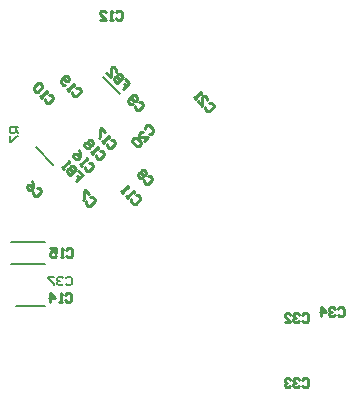
<source format=gbo>
G04*
G04 #@! TF.GenerationSoftware,Altium Limited,Altium Designer,25.0.2 (28)*
G04*
G04 Layer_Color=32896*
%FSLAX25Y25*%
%MOIN*%
G70*
G04*
G04 #@! TF.SameCoordinates,77BAF947-F79B-4421-9DE9-08F6AA71662D*
G04*
G04*
G04 #@! TF.FilePolarity,Positive*
G04*
G01*
G75*
%ADD13C,0.00787*%
%ADD14C,0.01000*%
D13*
X34138Y43480D02*
X43635D01*
X32563Y65075D02*
X43815D01*
X32563Y57759D02*
X43815D01*
X62957Y119868D02*
X68687Y114138D01*
X40762Y96492D02*
X46492Y90762D01*
X50787Y52952D02*
X51279Y53444D01*
X52263D01*
X52755Y52952D01*
Y50985D01*
X52263Y50493D01*
X51279D01*
X50787Y50985D01*
X49803Y52952D02*
X49311Y53444D01*
X48327D01*
X47835Y52952D01*
Y52460D01*
X48327Y51968D01*
X48819D01*
X48327D01*
X47835Y51477D01*
Y50985D01*
X48327Y50493D01*
X49311D01*
X49803Y50985D01*
X46851Y53444D02*
X44883D01*
Y52952D01*
X46851Y50985D01*
Y50493D01*
X34940Y103247D02*
X31989D01*
Y101771D01*
X32481Y101279D01*
X33465D01*
X33957Y101771D01*
Y103247D01*
Y102263D02*
X34940Y101279D01*
X31989Y100295D02*
Y98328D01*
X32481D01*
X34449Y100295D01*
X34940D01*
D14*
X129527Y40748D02*
X130019Y41240D01*
X131003D01*
X131495Y40748D01*
Y38780D01*
X131003Y38288D01*
X130019D01*
X129527Y38780D01*
X128543Y40748D02*
X128051Y41240D01*
X127067D01*
X126575Y40748D01*
Y40256D01*
X127067Y39764D01*
X127559D01*
X127067D01*
X126575Y39272D01*
Y38780D01*
X127067Y38288D01*
X128051D01*
X128543Y38780D01*
X123623Y38288D02*
X125591D01*
X123623Y40256D01*
Y40748D01*
X124115Y41240D01*
X125099D01*
X125591Y40748D01*
X70545Y119337D02*
X71937Y117946D01*
X70893Y116902D01*
X70197Y117598D01*
X70893Y116902D01*
X69850Y115858D01*
Y120033D02*
X67762Y117946D01*
X66719Y118989D01*
Y119685D01*
X67067Y120033D01*
X67762Y120033D01*
X68806Y118989D01*
X67762Y120033D01*
Y120729D01*
X68110Y121077D01*
X68806D01*
X69850Y120033D01*
X64284Y121424D02*
X65675Y120033D01*
Y122816D01*
X66023Y123164D01*
X66719D01*
X67414Y122468D01*
Y121772D01*
X54899Y88721D02*
X56291Y87330D01*
X55247Y86286D01*
X54551Y86982D01*
X55247Y86286D01*
X54203Y85242D01*
Y89417D02*
X52116Y87330D01*
X51073Y88373D01*
Y89069D01*
X51420Y89417D01*
X52116Y89417D01*
X53160Y88373D01*
X52116Y89417D01*
Y90113D01*
X52464Y90461D01*
X53160D01*
X54203Y89417D01*
X50029D02*
X49333Y90113D01*
X49681Y89765D01*
X51768Y91852D01*
Y91156D01*
X141338Y42716D02*
X141830Y43208D01*
X142814D01*
X143306Y42716D01*
Y40748D01*
X142814Y40256D01*
X141830D01*
X141338Y40748D01*
X140354Y42716D02*
X139862Y43208D01*
X138878D01*
X138386Y42716D01*
Y42224D01*
X138878Y41732D01*
X139370D01*
X138878D01*
X138386Y41240D01*
Y40748D01*
X138878Y40256D01*
X139862D01*
X140354Y40748D01*
X135926Y40256D02*
Y43208D01*
X137402Y41732D01*
X135434D01*
X129527Y19094D02*
X130019Y19586D01*
X131003D01*
X131495Y19094D01*
Y17126D01*
X131003Y16634D01*
X130019D01*
X129527Y17126D01*
X128543Y19094D02*
X128051Y19586D01*
X127067D01*
X126575Y19094D01*
Y18602D01*
X127067Y18110D01*
X127559D01*
X127067D01*
X126575Y17618D01*
Y17126D01*
X127067Y16634D01*
X128051D01*
X128543Y17126D01*
X125591Y19094D02*
X125099Y19586D01*
X124115D01*
X123623Y19094D01*
Y18602D01*
X124115Y18110D01*
X124607D01*
X124115D01*
X123623Y17618D01*
Y17126D01*
X124115Y16634D01*
X125099D01*
X125591Y17126D01*
X98590Y111463D02*
X99286D01*
X99981Y110767D01*
Y110072D01*
X98590Y108680D01*
X97894D01*
X97198Y109376D01*
Y110072D01*
X94763Y111811D02*
X96155Y110419D01*
Y113203D01*
X96503Y113550D01*
X97198D01*
X97894Y112855D01*
Y112159D01*
X94067Y112507D02*
X93372Y113203D01*
X93720Y112855D01*
X95807Y114942D01*
Y114246D01*
X77074Y102481D02*
Y103177D01*
X77769Y103872D01*
X78465D01*
X79857Y102481D01*
Y101785D01*
X79161Y101089D01*
X78465D01*
X76726Y98654D02*
X78117Y100046D01*
X75334D01*
X74986Y100394D01*
Y101089D01*
X75682Y101785D01*
X76378D01*
X74291Y99698D02*
X73595D01*
X72899Y99002D01*
Y98307D01*
X74291Y96915D01*
X74986D01*
X75682Y97611D01*
Y98307D01*
X74291Y99698D01*
X65859Y98924D02*
X66554D01*
X67250Y98228D01*
Y97533D01*
X65859Y96141D01*
X65163D01*
X64467Y96837D01*
Y97533D01*
X63424Y97881D02*
X62728Y98576D01*
X63076Y98228D01*
X65163Y100316D01*
Y99620D01*
X63771Y101707D02*
X62380Y103099D01*
X62032Y102751D01*
Y99968D01*
X61684Y99620D01*
X58484Y91464D02*
X59180D01*
X59876Y90769D01*
Y90073D01*
X58484Y88681D01*
X57789D01*
X57093Y89377D01*
Y90073D01*
X56049Y90421D02*
X55353Y91117D01*
X55701Y90769D01*
X57789Y92856D01*
Y92160D01*
X55006Y95639D02*
X55353Y94595D01*
Y93204D01*
X54658Y92508D01*
X53962D01*
X53266Y93204D01*
Y93900D01*
X53614Y94247D01*
X54310Y94247D01*
X55353Y93204D01*
X62150Y95299D02*
X62845D01*
X63541Y94603D01*
Y93907D01*
X62150Y92516D01*
X61454D01*
X60758Y93212D01*
Y93907D01*
X59714Y94255D02*
X59019Y94951D01*
X59367Y94603D01*
X61454Y96690D01*
Y95995D01*
X59714Y97734D02*
Y98430D01*
X59019Y99125D01*
X58323D01*
X57975Y98778D01*
Y98082D01*
X57279Y98082D01*
X56931Y97734D01*
Y97038D01*
X57627Y96342D01*
X58323D01*
X58671Y96690D01*
X58671Y97386D01*
X59367D01*
X59714Y97734D01*
X58671Y97386D02*
X57975Y98082D01*
X54276Y116407D02*
X54971D01*
X55667Y115712D01*
Y115016D01*
X54276Y113624D01*
X53580D01*
X52884Y114320D01*
Y115016D01*
X51840Y115364D02*
X51145Y116059D01*
X51493Y115712D01*
X53580Y117799D01*
Y117103D01*
X50449Y117451D02*
X49753D01*
X49057Y118147D01*
Y118842D01*
X50449Y120234D01*
X51145D01*
X51840Y119538D01*
Y118842D01*
X51493Y118495D01*
X50797D01*
X49753Y119538D01*
X50934Y62401D02*
X51427Y62893D01*
X52410D01*
X52902Y62401D01*
Y60433D01*
X52410Y59941D01*
X51427D01*
X50934Y60433D01*
X49951Y59941D02*
X48967D01*
X49459D01*
Y62893D01*
X49951Y62401D01*
X45523Y62893D02*
X47491D01*
Y61417D01*
X46507Y61909D01*
X46015D01*
X45523Y61417D01*
Y60433D01*
X46015Y59941D01*
X46999D01*
X47491Y60433D01*
X50541Y47441D02*
X51033Y47933D01*
X52017D01*
X52509Y47441D01*
Y45473D01*
X52017Y44981D01*
X51033D01*
X50541Y45473D01*
X49557Y44981D02*
X48573D01*
X49065D01*
Y47933D01*
X49557Y47441D01*
X45621Y44981D02*
Y47933D01*
X47097Y46457D01*
X45129D01*
X67422Y141550D02*
X67914Y142042D01*
X68898D01*
X69390Y141550D01*
Y139582D01*
X68898Y139090D01*
X67914D01*
X67422Y139582D01*
X66438Y139090D02*
X65454D01*
X65946D01*
Y142042D01*
X66438Y141550D01*
X62010Y139090D02*
X63978D01*
X62010Y141058D01*
Y141550D01*
X62502Y142042D01*
X63486D01*
X63978Y141550D01*
X74006Y80535D02*
X74702D01*
X75398Y79839D01*
Y79143D01*
X74006Y77752D01*
X73311D01*
X72615Y78448D01*
Y79143D01*
X71571Y79491D02*
X70876Y80187D01*
X71223Y79839D01*
X73311Y81926D01*
Y81230D01*
X69832D02*
X69136Y81926D01*
X69484Y81578D01*
X71571Y83666D01*
Y82970D01*
X45220Y114045D02*
X45916D01*
X46612Y113349D01*
Y112654D01*
X45220Y111262D01*
X44525D01*
X43829Y111958D01*
Y112654D01*
X42785Y113002D02*
X42090Y113697D01*
X42437Y113349D01*
X44525Y115437D01*
Y114741D01*
X42785Y116480D02*
Y117176D01*
X42090Y117872D01*
X41394D01*
X40002Y116480D01*
Y115785D01*
X40698Y115089D01*
X41394D01*
X42785Y116480D01*
X75059Y111765D02*
X75755D01*
X76451Y111070D01*
Y110374D01*
X75059Y108982D01*
X74364D01*
X73668Y109678D01*
Y110374D01*
X72972Y111070D02*
X72276D01*
X71581Y111765D01*
Y112461D01*
X72972Y113852D01*
X73668D01*
X74364Y113157D01*
Y112461D01*
X74016Y112113D01*
X73320D01*
X72276Y113157D01*
X78209Y86962D02*
X78905D01*
X79601Y86266D01*
Y85571D01*
X78209Y84179D01*
X77513D01*
X76818Y84875D01*
Y85571D01*
X77513Y87658D02*
Y88354D01*
X76818Y89049D01*
X76122D01*
X75774Y88701D01*
Y88006D01*
X75078Y88006D01*
X74730Y87658D01*
Y86962D01*
X75426Y86266D01*
X76122D01*
X76470Y86614D01*
X76470Y87310D01*
X77165D01*
X77513Y87658D01*
X76470Y87310D02*
X75774Y88006D01*
X58918Y79875D02*
X59613D01*
X60309Y79180D01*
Y78484D01*
X58918Y77092D01*
X58222D01*
X57526Y77788D01*
Y78484D01*
X58570Y80919D02*
X57178Y82310D01*
X56830Y81963D01*
Y79180D01*
X56482Y78832D01*
X41201Y83025D02*
X41897D01*
X42593Y82329D01*
Y81634D01*
X41201Y80242D01*
X40505D01*
X39810Y80938D01*
Y81634D01*
X39462Y85460D02*
X39810Y84417D01*
Y83025D01*
X39114Y82329D01*
X38418D01*
X37722Y83025D01*
Y83721D01*
X38070Y84069D01*
X38766Y84069D01*
X39810Y83025D01*
M02*

</source>
